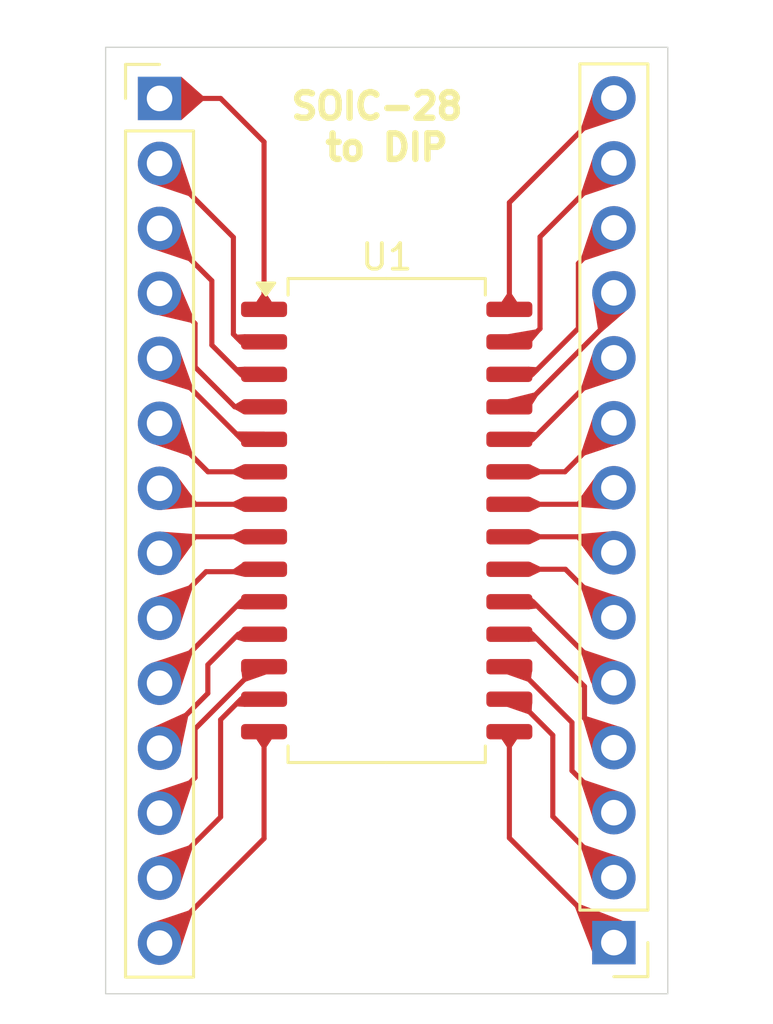
<source format=kicad_pcb>
(kicad_pcb (version 20240108) (generator "pcbnew") (generator_version "8.0")
  (layers (0 "F.Cu" signal) (31 "B.Cu" signal) (34 "B.Paste" user) (35 "F.Paste" user) (36 "B.SilkS" user "B.Silkscreen") (37 "F.SilkS" user "F.Silkscreen") (38 "B.Mask" user) (39 "F.Mask" user) (44 "Edge.Cuts" user))
  (net 0 "")
  (net 1 "Net-(J1-Pin_8)")
  (net 2 "Net-(J1-Pin_3)")
  (net 3 "Net-(J1-Pin_12)")
  (net 4 "Net-(J1-Pin_1)")
  (net 5 "Net-(J1-Pin_6)")
  (net 6 "Net-(J1-Pin_10)")
  (net 7 "Net-(J1-Pin_11)")
  (net 8 "Net-(J1-Pin_7)")
  (net 9 "Net-(J1-Pin_2)")
  (net 10 "Net-(J1-Pin_5)")
  (net 11 "Net-(J1-Pin_13)")
  (net 12 "Net-(J1-Pin_14)")
  (net 13 "Net-(J1-Pin_4)")
  (net 14 "Net-(J1-Pin_9)")
  (net 15 "Net-(J2-Pin_10)")
  (net 16 "Net-(J2-Pin_8)")
  (net 17 "Net-(J2-Pin_14)")
  (net 18 "Net-(J2-Pin_5)")
  (net 19 "Net-(J2-Pin_6)")
  (net 20 "Net-(J2-Pin_2)")
  (net 21 "Net-(J2-Pin_4)")
  (net 22 "Net-(J2-Pin_12)")
  (net 23 "Net-(J2-Pin_9)")
  (net 24 "Net-(J2-Pin_13)")
  (net 25 "Net-(J2-Pin_3)")
  (net 26 "Net-(J2-Pin_11)")
  (net 27 "Net-(J2-Pin_7)")
  (net 28 "Net-(J2-Pin_1)")
  (footprint "Connector_PinHeader_2.54mm:PinHeader_1x14_P2.54mm_Vertical" (layer "F.Cu") (at 141.11 83.5)
    (property "Reference" "J1" (hide yes))
    (property "Value" "Conn_01x14_Pin")
    (fp_line (start -1.33 -1.33) (end 0 -1.33) (stroke (width 0.12)) (layer "F.SilkS"))
    (fp_line (start -1.33 0) (end -1.33 -1.33) (stroke (width 0.12)) (layer "F.SilkS"))
    (fp_line (start -1.33 1.27) (end -1.33 34.35) (stroke (width 0.12)) (layer "F.SilkS"))
    (fp_line (start -1.33 1.27) (end 1.33 1.27) (stroke (width 0.12)) (layer "F.SilkS"))
    (fp_line (start -1.33 34.35) (end 1.33 34.35) (stroke (width 0.12)) (layer "F.SilkS"))
    (fp_line (start 1.33 1.27) (end 1.33 34.35) (stroke (width 0.12)) (layer "F.SilkS"))
    (pad "1" thru_hole rect (at 0 0) (size 1.7 1.7) (drill 1) (layers "*.Cu" "*.Mask") (net 4 "Net-(J1-Pin_1)"))
    (pad "2" thru_hole oval (at 0 2.54) (size 1.7 1.7) (drill 1) (layers "*.Cu" "*.Mask") (net 9 "Net-(J1-Pin_2)"))
    (pad "3" thru_hole oval (at 0 5.08) (size 1.7 1.7) (drill 1) (layers "*.Cu" "*.Mask") (net 2 "Net-(J1-Pin_3)"))
    (pad "4" thru_hole oval (at 0 7.62) (size 1.7 1.7) (drill 1) (layers "*.Cu" "*.Mask") (net 13 "Net-(J1-Pin_4)"))
    (pad "5" thru_hole oval (at 0 10.16) (size 1.7 1.7) (drill 1) (layers "*.Cu" "*.Mask") (net 10 "Net-(J1-Pin_5)"))
    (pad "6" thru_hole oval (at 0 12.7) (size 1.7 1.7) (drill 1) (layers "*.Cu" "*.Mask") (net 5 "Net-(J1-Pin_6)"))
    (pad "7" thru_hole oval (at 0 15.24) (size 1.7 1.7) (drill 1) (layers "*.Cu" "*.Mask") (net 8 "Net-(J1-Pin_7)"))
    (pad "8" thru_hole oval (at 0 17.78) (size 1.7 1.7) (drill 1) (layers "*.Cu" "*.Mask") (net 1 "Net-(J1-Pin_8)"))
    (pad "9" thru_hole oval (at 0 20.32) (size 1.7 1.7) (drill 1) (layers "*.Cu" "*.Mask") (net 14 "Net-(J1-Pin_9)"))
    (pad "10" thru_hole oval (at 0 22.86) (size 1.7 1.7) (drill 1) (layers "*.Cu" "*.Mask") (net 6 "Net-(J1-Pin_10)"))
    (pad "11" thru_hole oval (at 0 25.4) (size 1.7 1.7) (drill 1) (layers "*.Cu" "*.Mask") (net 7 "Net-(J1-Pin_11)"))
    (pad "12" thru_hole oval (at 0 27.94) (size 1.7 1.7) (drill 1) (layers "*.Cu" "*.Mask") (net 3 "Net-(J1-Pin_12)"))
    (pad "13" thru_hole oval (at 0 30.48) (size 1.7 1.7) (drill 1) (layers "*.Cu" "*.Mask") (net 11 "Net-(J1-Pin_13)"))
    (pad "14" thru_hole oval (at 0 33.02) (size 1.7 1.7) (drill 1) (layers "*.Cu" "*.Mask") (net 12 "Net-(J1-Pin_14)"))
  )
  (footprint "Package_SO:SOIC-28W_7.5x18.7mm_P1.27mm" (layer "F.Cu") (at 150 100)
    (property "Reference" "U1" (at 0 -10.3 0) (layer "F.SilkS"))
    (property "Value" "SOIC-28")
    (fp_line (start -3.86 -9.46) (end -3.86 -8.815) (stroke (width 0.12)) (layer "F.SilkS"))
    (fp_line (start -3.86 9.46) (end -3.86 8.815) (stroke (width 0.12)) (layer "F.SilkS"))
    (fp_line (start 0 -9.46) (end -3.86 -9.46) (stroke (width 0.12)) (layer "F.SilkS"))
    (fp_line (start 0 -9.46) (end 3.86 -9.46) (stroke (width 0.12)) (layer "F.SilkS"))
    (fp_line (start 0 9.46) (end -3.86 9.46) (stroke (width 0.12)) (layer "F.SilkS"))
    (fp_line (start 0 9.46) (end 3.86 9.46) (stroke (width 0.12)) (layer "F.SilkS"))
    (fp_line (start 3.86 -9.46) (end 3.86 -8.815) (stroke (width 0.12)) (layer "F.SilkS"))
    (fp_line (start 3.86 9.46) (end 3.86 8.815) (stroke (width 0.12)) (layer "F.SilkS"))
    (fp_poly (pts (xy -4.725 -8.815) (xy -5.065 -9.285) (xy -4.385 -9.285) (xy -4.725 -8.815)) (stroke (width 0.12)) (fill solid) (layer "F.SilkS"))
    (pad "1" smd roundrect (at -4.8 -8.255) (size 1.8 0.6) (layers "F.Cu" "F.Paste" "F.Mask") (net 4 "Net-(J1-Pin_1)"))
    (pad "2" smd roundrect (at -4.8 -6.985) (size 1.8 0.6) (layers "F.Cu" "F.Paste" "F.Mask") (net 9 "Net-(J1-Pin_2)"))
    (pad "3" smd roundrect (at -4.8 -5.715) (size 1.8 0.6) (layers "F.Cu" "F.Paste" "F.Mask") (net 2 "Net-(J1-Pin_3)"))
    (pad "4" smd roundrect (at -4.8 -4.445) (size 1.8 0.6) (layers "F.Cu" "F.Paste" "F.Mask") (net 13 "Net-(J1-Pin_4)"))
    (pad "5" smd roundrect (at -4.8 -3.175) (size 1.8 0.6) (layers "F.Cu" "F.Paste" "F.Mask") (net 10 "Net-(J1-Pin_5)"))
    (pad "6" smd roundrect (at -4.8 -1.905) (size 1.8 0.6) (layers "F.Cu" "F.Paste" "F.Mask") (net 5 "Net-(J1-Pin_6)"))
    (pad "7" smd roundrect (at -4.8 -0.635) (size 1.8 0.6) (layers "F.Cu" "F.Paste" "F.Mask") (net 8 "Net-(J1-Pin_7)"))
    (pad "8" smd roundrect (at -4.8 0.635) (size 1.8 0.6) (layers "F.Cu" "F.Paste" "F.Mask") (net 1 "Net-(J1-Pin_8)"))
    (pad "9" smd roundrect (at -4.8 1.905) (size 1.8 0.6) (layers "F.Cu" "F.Paste" "F.Mask") (net 14 "Net-(J1-Pin_9)"))
    (pad "10" smd roundrect (at -4.8 3.175) (size 1.8 0.6) (layers "F.Cu" "F.Paste" "F.Mask") (net 6 "Net-(J1-Pin_10)"))
    (pad "11" smd roundrect (at -4.8 4.445) (size 1.8 0.6) (layers "F.Cu" "F.Paste" "F.Mask") (net 7 "Net-(J1-Pin_11)"))
    (pad "12" smd roundrect (at -4.8 5.715) (size 1.8 0.6) (layers "F.Cu" "F.Paste" "F.Mask") (net 3 "Net-(J1-Pin_12)"))
    (pad "13" smd roundrect (at -4.8 6.985) (size 1.8 0.6) (layers "F.Cu" "F.Paste" "F.Mask") (net 11 "Net-(J1-Pin_13)"))
    (pad "14" smd roundrect (at -4.8 8.255) (size 1.8 0.6) (layers "F.Cu" "F.Paste" "F.Mask") (net 12 "Net-(J1-Pin_14)"))
    (pad "15" smd roundrect (at 4.8 8.255) (size 1.8 0.6) (layers "F.Cu" "F.Paste" "F.Mask") (net 28 "Net-(J2-Pin_1)"))
    (pad "16" smd roundrect (at 4.8 6.985) (size 1.8 0.6) (layers "F.Cu" "F.Paste" "F.Mask") (net 20 "Net-(J2-Pin_2)"))
    (pad "17" smd roundrect (at 4.8 5.715) (size 1.8 0.6) (layers "F.Cu" "F.Paste" "F.Mask") (net 25 "Net-(J2-Pin_3)"))
    (pad "18" smd roundrect (at 4.8 4.445) (size 1.8 0.6) (layers "F.Cu" "F.Paste" "F.Mask") (net 21 "Net-(J2-Pin_4)"))
    (pad "19" smd roundrect (at 4.8 3.175) (size 1.8 0.6) (layers "F.Cu" "F.Paste" "F.Mask") (net 18 "Net-(J2-Pin_5)"))
    (pad "20" smd roundrect (at 4.8 1.905) (size 1.8 0.6) (layers "F.Cu" "F.Paste" "F.Mask") (net 19 "Net-(J2-Pin_6)"))
    (pad "21" smd roundrect (at 4.8 0.635) (size 1.8 0.6) (layers "F.Cu" "F.Paste" "F.Mask") (net 27 "Net-(J2-Pin_7)"))
    (pad "22" smd roundrect (at 4.8 -0.635) (size 1.8 0.6) (layers "F.Cu" "F.Paste" "F.Mask") (net 16 "Net-(J2-Pin_8)"))
    (pad "23" smd roundrect (at 4.8 -1.905) (size 1.8 0.6) (layers "F.Cu" "F.Paste" "F.Mask") (net 23 "Net-(J2-Pin_9)"))
    (pad "24" smd roundrect (at 4.8 -3.175) (size 1.8 0.6) (layers "F.Cu" "F.Paste" "F.Mask") (net 15 "Net-(J2-Pin_10)"))
    (pad "25" smd roundrect (at 4.8 -4.445) (size 1.8 0.6) (layers "F.Cu" "F.Paste" "F.Mask") (net 26 "Net-(J2-Pin_11)"))
    (pad "26" smd roundrect (at 4.8 -5.715) (size 1.8 0.6) (layers "F.Cu" "F.Paste" "F.Mask") (net 22 "Net-(J2-Pin_12)"))
    (pad "27" smd roundrect (at 4.8 -6.985) (size 1.8 0.6) (layers "F.Cu" "F.Paste" "F.Mask") (net 24 "Net-(J2-Pin_13)"))
    (pad "28" smd roundrect (at 4.8 -8.255) (size 1.8 0.6) (layers "F.Cu" "F.Paste" "F.Mask") (net 17 "Net-(J2-Pin_14)"))
  )
  (footprint "Connector_PinHeader_2.54mm:PinHeader_1x14_P2.54mm_Vertical" (layer "F.Cu") (at 158.89 116.5 180)
    (property "Reference" "J2" (hide yes))
    (property "Value" "Conn_01x14_Pin")
    (fp_line (start 1.33 1.27) (end 1.33 34.35) (stroke (width 0.12)) (layer "F.SilkS"))
    (fp_line (start -1.33 34.35) (end 1.33 34.35) (stroke (width 0.12)) (layer "F.SilkS"))
    (fp_line (start -1.33 1.27) (end 1.33 1.27) (stroke (width 0.12)) (layer "F.SilkS"))
    (fp_line (start -1.33 1.27) (end -1.33 34.35) (stroke (width 0.12)) (layer "F.SilkS"))
    (fp_line (start -1.33 0) (end -1.33 -1.33) (stroke (width 0.12)) (layer "F.SilkS"))
    (fp_line (start -1.33 -1.33) (end 0 -1.33) (stroke (width 0.12)) (layer "F.SilkS"))
    (pad "1" thru_hole rect (at 0 0 180) (size 1.7 1.7) (drill 1) (layers "*.Cu" "*.Mask") (net 28 "Net-(J2-Pin_1)"))
    (pad "2" thru_hole oval (at 0 2.54 180) (size 1.7 1.7) (drill 1) (layers "*.Cu" "*.Mask") (net 20 "Net-(J2-Pin_2)"))
    (pad "3" thru_hole oval (at 0 5.08 180) (size 1.7 1.7) (drill 1) (layers "*.Cu" "*.Mask") (net 25 "Net-(J2-Pin_3)"))
    (pad "4" thru_hole oval (at 0 7.62 180) (size 1.7 1.7) (drill 1) (layers "*.Cu" "*.Mask") (net 21 "Net-(J2-Pin_4)"))
    (pad "5" thru_hole oval (at 0 10.16 180) (size 1.7 1.7) (drill 1) (layers "*.Cu" "*.Mask") (net 18 "Net-(J2-Pin_5)"))
    (pad "6" thru_hole oval (at 0 12.7 180) (size 1.7 1.7) (drill 1) (layers "*.Cu" "*.Mask") (net 19 "Net-(J2-Pin_6)"))
    (pad "7" thru_hole oval (at 0 15.24 180) (size 1.7 1.7) (drill 1) (layers "*.Cu" "*.Mask") (net 27 "Net-(J2-Pin_7)"))
    (pad "8" thru_hole oval (at 0 17.78 180) (size 1.7 1.7) (drill 1) (layers "*.Cu" "*.Mask") (net 16 "Net-(J2-Pin_8)"))
    (pad "9" thru_hole oval (at 0 20.32 180) (size 1.7 1.7) (drill 1) (layers "*.Cu" "*.Mask") (net 23 "Net-(J2-Pin_9)"))
    (pad "10" thru_hole oval (at 0 22.86 180) (size 1.7 1.7) (drill 1) (layers "*.Cu" "*.Mask") (net 15 "Net-(J2-Pin_10)"))
    (pad "11" thru_hole oval (at 0 25.4 180) (size 1.7 1.7) (drill 1) (layers "*.Cu" "*.Mask") (net 26 "Net-(J2-Pin_11)"))
    (pad "12" thru_hole oval (at 0 27.94 180) (size 1.7 1.7) (drill 1) (layers "*.Cu" "*.Mask") (net 22 "Net-(J2-Pin_12)"))
    (pad "13" thru_hole oval (at 0 30.48 180) (size 1.7 1.7) (drill 1) (layers "*.Cu" "*.Mask") (net 24 "Net-(J2-Pin_13)"))
    (pad "14" thru_hole oval (at 0 33.02 180) (size 1.7 1.7) (drill 1) (layers "*.Cu" "*.Mask") (net 17 "Net-(J2-Pin_14)"))
  )
  (gr_rect (start 139 81.5) (end 161 118.5) (stroke (width 0.05)) (fill none) (layer "Edge.Cuts"))
  (gr_text "SOIC-28 \nto DIP" (at 150 86 0) (layer "F.SilkS") (effects (font (size 1 1) (thickness 0.25) (bold yes)) (justify bottom)))
  (segment (start 141.755 100.635) (end 141.11 101.28) (width 0.2) (layer "F.Cu") (net 1))
  (segment (start 145.2 100.635) (end 141.755 100.635) (width 0.2) (layer "F.Cu") (net 1))
  (segment (start 145.2 94.285) (end 144.300001 94.285) (width 0.2) (layer "F.Cu") (net 2))
  (segment (start 144.300001 94.285) (end 143.157159 93.142158) (width 0.2) (layer "F.Cu") (net 2))
  (segment (start 143.157159 93.142158) (end 143.157159 90.627159) (width 0.2) (layer "F.Cu") (net 2))
  (segment (start 143.157159 90.627159) (end 141.11 88.58) (width 0.2) (layer "F.Cu") (net 2))
  (segment (start 142.5 108.144448) (end 142.5 110.05) (width 0.2) (layer "F.Cu") (net 3))
  (segment (start 145.2 105.715) (end 144.929448 105.715) (width 0.2) (layer "F.Cu") (net 3))
  (segment (start 142.5 110.05) (end 141.11 111.44) (width 0.2) (layer "F.Cu") (net 3))
  (segment (start 144.929448 105.715) (end 142.5 108.144448) (width 0.2) (layer "F.Cu") (net 3))
  (segment (start 145.2 85.2) (end 143.5 83.5) (width 0.2) (layer "F.Cu") (net 4))
  (segment (start 145.2 91.745) (end 145.2 85.2) (width 0.2) (layer "F.Cu") (net 4))
  (segment (start 143.5 83.5) (end 141.11 83.5) (width 0.2) (layer "F.Cu") (net 4))
  (segment (start 145.2 98.095) (end 143.005 98.095) (width 0.2) (layer "F.Cu") (net 5))
  (segment (start 143.005 98.095) (end 141.11 96.2) (width 0.2) (layer "F.Cu") (net 5))
  (segment (start 145.2 103.175) (end 144.295 103.175) (width 0.2) (layer "F.Cu") (net 6))
  (segment (start 144.295 103.175) (end 141.11 106.36) (width 0.2) (layer "F.Cu") (net 6))
  (segment (start 144.194403 104.445) (end 143 105.639403) (width 0.2) (layer "F.Cu") (net 7))
  (segment (start 141.11 108.645) (end 141.11 108.9) (width 0.2) (layer "F.Cu") (net 7))
  (segment (start 143 106.755) (end 141.11 108.645) (width 0.2) (layer "F.Cu") (net 7))
  (segment (start 143 105.639403) (end 143 106.755) (width 0.2) (layer "F.Cu") (net 7))
  (segment (start 145.2 104.445) (end 144.194403 104.445) (width 0.2) (layer "F.Cu") (net 7))
  (segment (start 141.735 99.365) (end 141.11 98.74) (width 0.2) (layer "F.Cu") (net 8))
  (segment (start 145.2 99.365) (end 141.735 99.365) (width 0.2) (layer "F.Cu") (net 8))
  (segment (start 144 92.714999) (end 144 88.93) (width 0.2) (layer "F.Cu") (net 9))
  (segment (start 144 88.93) (end 141.11 86.04) (width 0.2) (layer "F.Cu") (net 9))
  (segment (start 145.2 93.015) (end 144.300001 93.015) (width 0.2) (layer "F.Cu") (net 9))
  (segment (start 144.300001 93.015) (end 144 92.714999) (width 0.2) (layer "F.Cu") (net 9))
  (segment (start 144.325 96.825) (end 141.16 93.66) (width 0.2) (layer "F.Cu") (net 10))
  (segment (start 141.16 93.66) (end 141.11 93.66) (width 0.2) (layer "F.Cu") (net 10))
  (segment (start 145.2 96.825) (end 144.325 96.825) (width 0.2) (layer "F.Cu") (net 10))
  (segment (start 143.5 107.785001) (end 143.5 111.59) (width 0.2) (layer "F.Cu") (net 11))
  (segment (start 145.2 106.985) (end 144.300001 106.985) (width 0.2) (layer "F.Cu") (net 11))
  (segment (start 144.300001 106.985) (end 143.5 107.785001) (width 0.2) (layer "F.Cu") (net 11))
  (segment (start 143.5 111.59) (end 141.11 113.98) (width 0.2) (layer "F.Cu") (net 11))
  (segment (start 145.2 112.43) (end 141.11 116.52) (width 0.2) (layer "F.Cu") (net 12))
  (segment (start 145.2 108.255) (end 145.2 112.43) (width 0.2) (layer "F.Cu") (net 12))
  (segment (start 142.5 94) (end 142.5 92.3) (width 0.2) (layer "F.Cu") (net 13))
  (segment (start 141.32 91.12) (end 141.11 91.12) (width 0.2) (layer "F.Cu") (net 13))
  (segment (start 144.055 95.555) (end 142.5 94) (width 0.2) (layer "F.Cu") (net 13))
  (segment (start 145.2 95.555) (end 144.055 95.555) (width 0.2) (layer "F.Cu") (net 13))
  (segment (start 142.5 92.3) (end 141.32 91.12) (width 0.2) (layer "F.Cu") (net 13))
  (segment (start 142.93 102) (end 141.11 103.82) (width 0.2) (layer "F.Cu") (net 14))
  (segment (start 145.105 102) (end 142.93 102) (width 0.2) (layer "F.Cu") (net 14))
  (segment (start 145.2 101.905) (end 145.105 102) (width 0.2) (layer "F.Cu") (net 14))
  (segment (start 154.8 96.825) (end 155.705 96.825) (width 0.2) (layer "F.Cu") (net 15))
  (segment (start 155.705 96.825) (end 158.89 93.64) (width 0.2) (layer "F.Cu") (net 15))
  (segment (start 158.245 99.365) (end 158.89 98.72) (width 0.2) (layer "F.Cu") (net 16))
  (segment (start 154.8 99.365) (end 158.245 99.365) (width 0.2) (layer "F.Cu") (net 16))
  (segment (start 154.8 87.57) (end 158.89 83.48) (width 0.2) (layer "F.Cu") (net 17))
  (segment (start 154.8 91.745) (end 154.8 87.57) (width 0.2) (layer "F.Cu") (net 17))
  (segment (start 155.725 103.175) (end 158.89 106.34) (width 0.2) (layer "F.Cu") (net 18))
  (segment (start 154.8 103.175) (end 155.725 103.175) (width 0.2) (layer "F.Cu") (net 18))
  (segment (start 156.995 101.905) (end 158.89 103.8) (width 0.2) (layer "F.Cu") (net 19))
  (segment (start 154.8 101.905) (end 156.995 101.905) (width 0.2) (layer "F.Cu") (net 19))
  (segment (start 156.5 111.57) (end 158.89 113.96) (width 0.2) (layer "F.Cu") (net 20))
  (segment (start 156.5 108.3925) (end 156.5 111.57) (width 0.2) (layer "F.Cu") (net 20))
  (segment (start 155.0925 106.985) (end 156.5 108.3925) (width 0.2) (layer "F.Cu") (net 20))
  (segment (start 154.8 106.985) (end 155.0925 106.985) (width 0.2) (layer "F.Cu") (net 20))
  (segment (start 157.74 107.73) (end 158.89 108.88) (width 0.2) (layer "F.Cu") (net 21))
  (segment (start 155.699999 104.445) (end 157.74 106.485001) (width 0.2) (layer "F.Cu") (net 21))
  (segment (start 154.8 104.445) (end 155.699999 104.445) (width 0.2) (layer "F.Cu") (net 21))
  (segment (start 157.74 106.485001) (end 157.74 107.73) (width 0.2) (layer "F.Cu") (net 21))
  (segment (start 154.8 94.285) (end 155.699999 94.285) (width 0.2) (layer "F.Cu") (net 22))
  (segment (start 155.699999 94.285) (end 157.5 92.484999) (width 0.2) (layer "F.Cu") (net 22))
  (segment (start 157.5 89.95) (end 158.89 88.56) (width 0.2) (layer "F.Cu") (net 22))
  (segment (start 157.5 92.484999) (end 157.5 89.95) (width 0.2) (layer "F.Cu") (net 22))
  (segment (start 156.975 98.095) (end 158.89 96.18) (width 0.2) (layer "F.Cu") (net 23))
  (segment (start 154.8 98.095) (end 156.975 98.095) (width 0.2) (layer "F.Cu") (net 23))
  (segment (start 154.8 93.015) (end 155.485 93.015) (width 0.2) (layer "F.Cu") (net 24))
  (segment (start 155.485 93.015) (end 156 92.5) (width 0.2) (layer "F.Cu") (net 24))
  (segment (start 156 88.91) (end 158.89 86.02) (width 0.2) (layer "F.Cu") (net 24))
  (segment (start 156 92.5) (end 156 88.91) (width 0.2) (layer "F.Cu") (net 24))
  (segment (start 157.250106 107.894554) (end 157.250106 109.780106) (width 0.2) (layer "F.Cu") (net 25))
  (segment (start 154.8 105.715) (end 155.070552 105.715) (width 0.2) (layer "F.Cu") (net 25))
  (segment (start 157.250106 109.780106) (end 158.89 111.42) (width 0.2) (layer "F.Cu") (net 25))
  (segment (start 155.070552 105.715) (end 157.250106 107.894554) (width 0.2) (layer "F.Cu") (net 25))
  (segment (start 155.348654 95.555) (end 158.89 92.013654) (width 0.2) (layer "F.Cu") (net 26))
  (segment (start 158.89 92.013654) (end 158.89 91.1) (width 0.2) (layer "F.Cu") (net 26))
  (segment (start 154.8 95.555) (end 155.348654 95.555) (width 0.2) (layer "F.Cu") (net 26))
  (segment (start 154.8 100.635) (end 158.265 100.635) (width 0.2) (layer "F.Cu") (net 27))
  (segment (start 158.265 100.635) (end 158.89 101.26) (width 0.2) (layer "F.Cu") (net 27))
  (segment (start 154.8 108.255) (end 154.8 112.41) (width 0.2) (layer "F.Cu") (net 28))
  (segment (start 154.8 112.41) (end 158.89 116.5) (width 0.2) (layer "F.Cu") (net 28))
)
</source>
